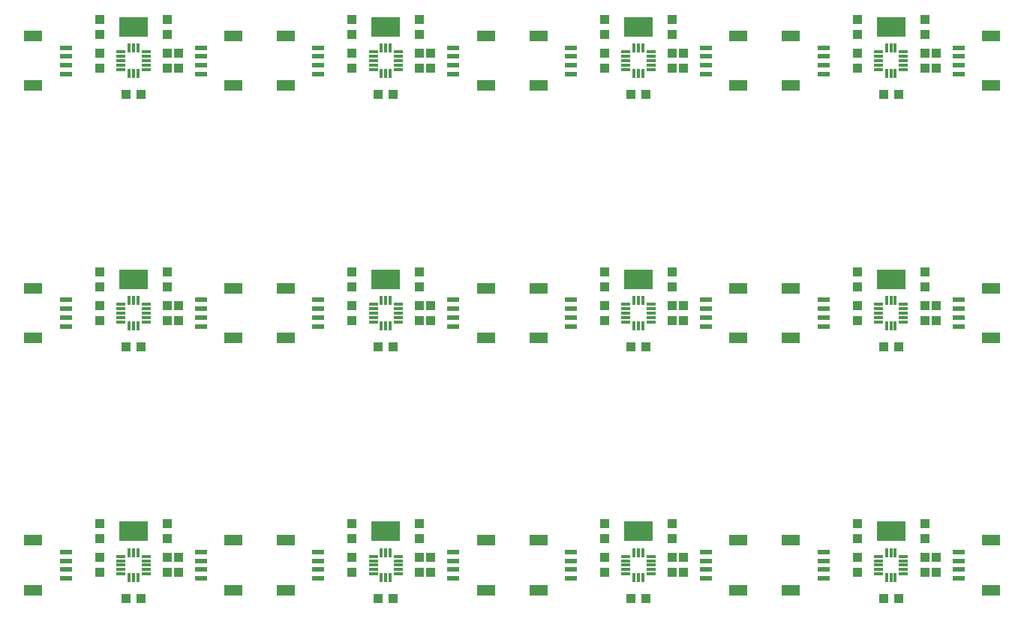
<source format=gtp>
G75*
%MOIN*%
%OFA0B0*%
%FSLAX25Y25*%
%IPPOS*%
%LPD*%
%AMOC8*
5,1,8,0,0,1.08239X$1,22.5*
%
%ADD10R,0.03937X0.04331*%
%ADD11R,0.13000X0.08800*%
%ADD12R,0.07874X0.04724*%
%ADD13R,0.05315X0.02362*%
%ADD14R,0.03937X0.01181*%
%ADD15R,0.01181X0.03937*%
%ADD16R,0.04331X0.03937*%
D10*
X0089514Y0081618D03*
X0089514Y0088311D03*
X0089514Y0096618D03*
X0089514Y0103311D03*
X0119514Y0103311D03*
X0119514Y0096618D03*
X0119514Y0088311D03*
X0124514Y0088311D03*
X0124514Y0081618D03*
X0119514Y0081618D03*
X0201719Y0081618D03*
X0201719Y0088311D03*
X0201719Y0096618D03*
X0201719Y0103311D03*
X0231719Y0103311D03*
X0231719Y0096618D03*
X0231719Y0088311D03*
X0236719Y0088311D03*
X0236719Y0081618D03*
X0231719Y0081618D03*
X0313924Y0081618D03*
X0313924Y0088311D03*
X0313924Y0096618D03*
X0313924Y0103311D03*
X0343924Y0103311D03*
X0343924Y0096618D03*
X0343924Y0088311D03*
X0348924Y0088311D03*
X0348924Y0081618D03*
X0343924Y0081618D03*
X0426129Y0081618D03*
X0426129Y0088311D03*
X0426129Y0096618D03*
X0426129Y0103311D03*
X0456129Y0103311D03*
X0456129Y0096618D03*
X0456129Y0088311D03*
X0461129Y0088311D03*
X0461129Y0081618D03*
X0456129Y0081618D03*
X0456129Y0193823D03*
X0461129Y0193823D03*
X0461129Y0200516D03*
X0456129Y0200516D03*
X0456129Y0208823D03*
X0456129Y0215516D03*
X0426129Y0215516D03*
X0426129Y0208823D03*
X0426129Y0200516D03*
X0426129Y0193823D03*
X0348924Y0193823D03*
X0343924Y0193823D03*
X0343924Y0200516D03*
X0348924Y0200516D03*
X0343924Y0208823D03*
X0343924Y0215516D03*
X0313924Y0215516D03*
X0313924Y0208823D03*
X0313924Y0200516D03*
X0313924Y0193823D03*
X0236719Y0193823D03*
X0231719Y0193823D03*
X0231719Y0200516D03*
X0236719Y0200516D03*
X0231719Y0208823D03*
X0231719Y0215516D03*
X0201719Y0215516D03*
X0201719Y0208823D03*
X0201719Y0200516D03*
X0201719Y0193823D03*
X0124514Y0193823D03*
X0119514Y0193823D03*
X0119514Y0200516D03*
X0124514Y0200516D03*
X0119514Y0208823D03*
X0119514Y0215516D03*
X0089514Y0215516D03*
X0089514Y0208823D03*
X0089514Y0200516D03*
X0089514Y0193823D03*
X0089514Y0306028D03*
X0089514Y0312720D03*
X0089514Y0321028D03*
X0089514Y0327720D03*
X0119514Y0327720D03*
X0119514Y0321028D03*
X0119514Y0312720D03*
X0124514Y0312720D03*
X0124514Y0306028D03*
X0119514Y0306028D03*
X0201719Y0306028D03*
X0201719Y0312720D03*
X0201719Y0321028D03*
X0201719Y0327720D03*
X0231719Y0327720D03*
X0231719Y0321028D03*
X0231719Y0312720D03*
X0236719Y0312720D03*
X0236719Y0306028D03*
X0231719Y0306028D03*
X0313924Y0306028D03*
X0313924Y0312720D03*
X0313924Y0321028D03*
X0313924Y0327720D03*
X0343924Y0327720D03*
X0343924Y0321028D03*
X0343924Y0312720D03*
X0348924Y0312720D03*
X0348924Y0306028D03*
X0343924Y0306028D03*
X0426129Y0306028D03*
X0426129Y0312720D03*
X0426129Y0321028D03*
X0426129Y0327720D03*
X0456129Y0327720D03*
X0456129Y0321028D03*
X0456129Y0312720D03*
X0461129Y0312720D03*
X0461129Y0306028D03*
X0456129Y0306028D03*
D11*
X0441129Y0324374D03*
X0328924Y0324374D03*
X0216719Y0324374D03*
X0104514Y0324374D03*
X0104514Y0212169D03*
X0216719Y0212169D03*
X0328924Y0212169D03*
X0441129Y0212169D03*
X0441129Y0099965D03*
X0328924Y0099965D03*
X0216719Y0099965D03*
X0104514Y0099965D03*
D12*
X0060046Y0073941D03*
X0060046Y0095988D03*
X0148983Y0095988D03*
X0172251Y0095988D03*
X0172251Y0073941D03*
X0148983Y0073941D03*
X0261188Y0073941D03*
X0284455Y0073941D03*
X0284455Y0095988D03*
X0261188Y0095988D03*
X0373392Y0095988D03*
X0396660Y0095988D03*
X0396660Y0073941D03*
X0373392Y0073941D03*
X0485597Y0073941D03*
X0485597Y0095988D03*
X0485597Y0186146D03*
X0485597Y0208193D03*
X0396660Y0208193D03*
X0373392Y0208193D03*
X0373392Y0186146D03*
X0396660Y0186146D03*
X0284455Y0186146D03*
X0261188Y0186146D03*
X0261188Y0208193D03*
X0284455Y0208193D03*
X0284455Y0298350D03*
X0261188Y0298350D03*
X0261188Y0320398D03*
X0284455Y0320398D03*
X0373392Y0320398D03*
X0396660Y0320398D03*
X0396660Y0298350D03*
X0373392Y0298350D03*
X0485597Y0298350D03*
X0485597Y0320398D03*
X0172251Y0320398D03*
X0148983Y0320398D03*
X0148983Y0298350D03*
X0172251Y0298350D03*
X0060046Y0298350D03*
X0060046Y0320398D03*
X0060046Y0208193D03*
X0060046Y0186146D03*
X0148983Y0186146D03*
X0172251Y0186146D03*
X0172251Y0208193D03*
X0148983Y0208193D03*
D13*
X0134514Y0203075D03*
X0134514Y0199138D03*
X0134514Y0195201D03*
X0134514Y0191264D03*
X0186719Y0191264D03*
X0186719Y0195201D03*
X0186719Y0199138D03*
X0186719Y0203075D03*
X0246719Y0203075D03*
X0246719Y0199138D03*
X0246719Y0195201D03*
X0246719Y0191264D03*
X0298924Y0191264D03*
X0298924Y0195201D03*
X0298924Y0199138D03*
X0298924Y0203075D03*
X0358924Y0203075D03*
X0358924Y0199138D03*
X0358924Y0195201D03*
X0358924Y0191264D03*
X0411129Y0191264D03*
X0411129Y0195201D03*
X0411129Y0199138D03*
X0411129Y0203075D03*
X0471129Y0203075D03*
X0471129Y0199138D03*
X0471129Y0195201D03*
X0471129Y0191264D03*
X0471129Y0090870D03*
X0471129Y0086933D03*
X0471129Y0082996D03*
X0471129Y0079059D03*
X0411129Y0079059D03*
X0411129Y0082996D03*
X0411129Y0086933D03*
X0411129Y0090870D03*
X0358924Y0090870D03*
X0358924Y0086933D03*
X0358924Y0082996D03*
X0358924Y0079059D03*
X0298924Y0079059D03*
X0298924Y0082996D03*
X0298924Y0086933D03*
X0298924Y0090870D03*
X0246719Y0090870D03*
X0246719Y0086933D03*
X0246719Y0082996D03*
X0246719Y0079059D03*
X0186719Y0079059D03*
X0186719Y0082996D03*
X0186719Y0086933D03*
X0186719Y0090870D03*
X0134514Y0090870D03*
X0134514Y0086933D03*
X0134514Y0082996D03*
X0134514Y0079059D03*
X0074514Y0079059D03*
X0074514Y0082996D03*
X0074514Y0086933D03*
X0074514Y0090870D03*
X0074514Y0191264D03*
X0074514Y0195201D03*
X0074514Y0199138D03*
X0074514Y0203075D03*
X0074514Y0303469D03*
X0074514Y0307406D03*
X0074514Y0311343D03*
X0074514Y0315280D03*
X0134514Y0315280D03*
X0134514Y0311343D03*
X0134514Y0307406D03*
X0134514Y0303469D03*
X0186719Y0303469D03*
X0186719Y0307406D03*
X0186719Y0311343D03*
X0186719Y0315280D03*
X0246719Y0315280D03*
X0246719Y0311343D03*
X0246719Y0307406D03*
X0246719Y0303469D03*
X0298924Y0303469D03*
X0298924Y0307406D03*
X0298924Y0311343D03*
X0298924Y0315280D03*
X0358924Y0315280D03*
X0358924Y0311343D03*
X0358924Y0307406D03*
X0358924Y0303469D03*
X0411129Y0303469D03*
X0411129Y0307406D03*
X0411129Y0311343D03*
X0411129Y0315280D03*
X0471129Y0315280D03*
X0471129Y0311343D03*
X0471129Y0307406D03*
X0471129Y0303469D03*
D14*
X0446739Y0305437D03*
X0446739Y0307406D03*
X0446739Y0309374D03*
X0446739Y0311343D03*
X0446739Y0313311D03*
X0435518Y0313311D03*
X0435518Y0311343D03*
X0435518Y0309374D03*
X0435518Y0307406D03*
X0435518Y0305437D03*
X0334534Y0305437D03*
X0334534Y0307406D03*
X0334534Y0309374D03*
X0334534Y0311343D03*
X0334534Y0313311D03*
X0323314Y0313311D03*
X0323314Y0311343D03*
X0323314Y0309374D03*
X0323314Y0307406D03*
X0323314Y0305437D03*
X0222329Y0305437D03*
X0222329Y0307406D03*
X0222329Y0309374D03*
X0222329Y0311343D03*
X0222329Y0313311D03*
X0211109Y0313311D03*
X0211109Y0311343D03*
X0211109Y0309374D03*
X0211109Y0307406D03*
X0211109Y0305437D03*
X0110125Y0305437D03*
X0110125Y0307406D03*
X0110125Y0309374D03*
X0110125Y0311343D03*
X0110125Y0313311D03*
X0098904Y0313311D03*
X0098904Y0311343D03*
X0098904Y0309374D03*
X0098904Y0307406D03*
X0098904Y0305437D03*
X0098904Y0201106D03*
X0098904Y0199138D03*
X0098904Y0197169D03*
X0098904Y0195201D03*
X0098904Y0193232D03*
X0110125Y0193232D03*
X0110125Y0195201D03*
X0110125Y0197169D03*
X0110125Y0199138D03*
X0110125Y0201106D03*
X0211109Y0201106D03*
X0211109Y0199138D03*
X0211109Y0197169D03*
X0211109Y0195201D03*
X0211109Y0193232D03*
X0222329Y0193232D03*
X0222329Y0195201D03*
X0222329Y0197169D03*
X0222329Y0199138D03*
X0222329Y0201106D03*
X0323314Y0201106D03*
X0323314Y0199138D03*
X0323314Y0197169D03*
X0323314Y0195201D03*
X0323314Y0193232D03*
X0334534Y0193232D03*
X0334534Y0195201D03*
X0334534Y0197169D03*
X0334534Y0199138D03*
X0334534Y0201106D03*
X0435518Y0201106D03*
X0435518Y0199138D03*
X0435518Y0197169D03*
X0435518Y0195201D03*
X0435518Y0193232D03*
X0446739Y0193232D03*
X0446739Y0195201D03*
X0446739Y0197169D03*
X0446739Y0199138D03*
X0446739Y0201106D03*
X0446739Y0088902D03*
X0446739Y0086933D03*
X0446739Y0084965D03*
X0446739Y0082996D03*
X0446739Y0081028D03*
X0435518Y0081028D03*
X0435518Y0082996D03*
X0435518Y0084965D03*
X0435518Y0086933D03*
X0435518Y0088902D03*
X0334534Y0088902D03*
X0334534Y0086933D03*
X0334534Y0084965D03*
X0334534Y0082996D03*
X0334534Y0081028D03*
X0323314Y0081028D03*
X0323314Y0082996D03*
X0323314Y0084965D03*
X0323314Y0086933D03*
X0323314Y0088902D03*
X0222329Y0088902D03*
X0222329Y0086933D03*
X0222329Y0084965D03*
X0222329Y0082996D03*
X0222329Y0081028D03*
X0211109Y0081028D03*
X0211109Y0082996D03*
X0211109Y0084965D03*
X0211109Y0086933D03*
X0211109Y0088902D03*
X0110125Y0088902D03*
X0110125Y0086933D03*
X0110125Y0084965D03*
X0110125Y0082996D03*
X0110125Y0081028D03*
X0098904Y0081028D03*
X0098904Y0082996D03*
X0098904Y0084965D03*
X0098904Y0086933D03*
X0098904Y0088902D03*
D15*
X0102546Y0090575D03*
X0104514Y0090575D03*
X0106483Y0090575D03*
X0106483Y0079354D03*
X0104514Y0079354D03*
X0102546Y0079354D03*
X0214751Y0079354D03*
X0216719Y0079354D03*
X0218688Y0079354D03*
X0218688Y0090575D03*
X0216719Y0090575D03*
X0214751Y0090575D03*
X0326955Y0090575D03*
X0328924Y0090575D03*
X0330892Y0090575D03*
X0330892Y0079354D03*
X0328924Y0079354D03*
X0326955Y0079354D03*
X0439160Y0079354D03*
X0441129Y0079354D03*
X0443097Y0079354D03*
X0443097Y0090575D03*
X0441129Y0090575D03*
X0439160Y0090575D03*
X0439160Y0191559D03*
X0441129Y0191559D03*
X0443097Y0191559D03*
X0443097Y0202780D03*
X0441129Y0202780D03*
X0439160Y0202780D03*
X0330892Y0202780D03*
X0328924Y0202780D03*
X0326955Y0202780D03*
X0326955Y0191559D03*
X0328924Y0191559D03*
X0330892Y0191559D03*
X0218688Y0191559D03*
X0216719Y0191559D03*
X0214751Y0191559D03*
X0214751Y0202780D03*
X0216719Y0202780D03*
X0218688Y0202780D03*
X0106483Y0202780D03*
X0104514Y0202780D03*
X0102546Y0202780D03*
X0102546Y0191559D03*
X0104514Y0191559D03*
X0106483Y0191559D03*
X0106483Y0303764D03*
X0104514Y0303764D03*
X0102546Y0303764D03*
X0102546Y0314984D03*
X0104514Y0314984D03*
X0106483Y0314984D03*
X0214751Y0314984D03*
X0216719Y0314984D03*
X0218688Y0314984D03*
X0218688Y0303764D03*
X0216719Y0303764D03*
X0214751Y0303764D03*
X0326955Y0303764D03*
X0328924Y0303764D03*
X0330892Y0303764D03*
X0330892Y0314984D03*
X0328924Y0314984D03*
X0326955Y0314984D03*
X0439160Y0314984D03*
X0441129Y0314984D03*
X0443097Y0314984D03*
X0443097Y0303764D03*
X0441129Y0303764D03*
X0439160Y0303764D03*
D16*
X0437782Y0294374D03*
X0444475Y0294374D03*
X0332270Y0294374D03*
X0325577Y0294374D03*
X0220066Y0294374D03*
X0213373Y0294374D03*
X0107861Y0294374D03*
X0101168Y0294374D03*
X0101168Y0182169D03*
X0107861Y0182169D03*
X0213373Y0182169D03*
X0220066Y0182169D03*
X0325577Y0182169D03*
X0332270Y0182169D03*
X0437782Y0182169D03*
X0444475Y0182169D03*
X0444475Y0069965D03*
X0437782Y0069965D03*
X0332270Y0069965D03*
X0325577Y0069965D03*
X0220066Y0069965D03*
X0213373Y0069965D03*
X0107861Y0069965D03*
X0101168Y0069965D03*
M02*

</source>
